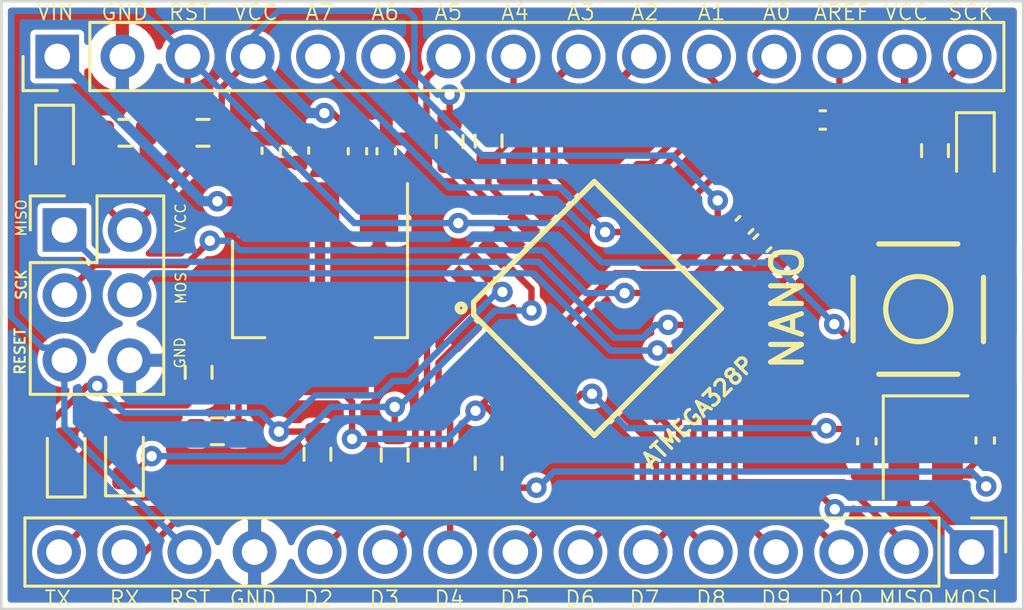
<source format=kicad_pcb>
(kicad_pcb (version 20171130) (host pcbnew "(5.1.6)-1")
  (layers (0 F.Cu signal hide) (31 B.Cu signal hide) (34 B.Paste user) (35 F.Paste user) (36 B.SilkS user) (37 F.SilkS user) (38 B.Mask user) (39 F.Mask user) (44 Edge.Cuts user))
  (net 0 "")
  (net 1 VCC)
  (net 2 GND)
  (net 3 AREF)
  (net 4 VIN)
  (net 5 HSE_IN)
  (net 6 "Net-(C9-Pad1)")
  (net 7 "Net-(D1-Pad2)")
  (net 8 "Net-(D2-Pad1)")
  (net 9 TXO)
  (net 10 "Net-(D3-Pad2)")
  (net 11 "Net-(D4-Pad2)")
  (net 12 RXI)
  (net 13 MISO)
  (net 14 SCK)
  (net 15 MOSI)
  (net 16 RESET)
  (net 17 "Net-(J2-Pad15)")
  (net 18 "Net-(J2-Pad14)")
  (net 19 D2)
  (net 20 D3)
  (net 21 D4)
  (net 22 D5)
  (net 23 D6)
  (net 24 D7)
  (net 25 D8)
  (net 26 D9)
  (net 27 D10)
  (net 28 A7)
  (net 29 A6)
  (net 30 A5)
  (net 31 A4)
  (net 32 A3)
  (net 33 A2)
  (net 34 A1)
  (net 35 A0)
  (net 36 HSE_OUT)
  (module LED_SMD:LED_0603_1608Metric (layer F.Cu) (at 121.47 84.31 270)
    (fp_text reference D2)
    (fp_text value BLUE)
    (pad 2 smd roundrect (at 0.7875 0 270) (size 0.875 0.95) (layers F.Cu F.Paste F.Mask) (net 1 VCC))
    (pad 1 smd roundrect (at -0.7875 0 270) (size 0.875 0.95) (layers F.Cu F.Paste F.Mask) (net 8 "Net-(D2-Pad1)"))
  )
  (module Resistor_SMD:R_0603_1608Metric (layer F.Cu) (at 127.25 83.9 180)
    (fp_text reference R1)
    (fp_text value 1K)
    (pad 2 smd roundrect (at 0.825 0 180) (size 0.8 0.95) (layers F.Cu F.Paste F.Mask) (net 16 RESET))
    (pad 1 smd roundrect (at -0.825 0 180) (size 0.8 0.95) (layers F.Cu F.Paste F.Mask) (net 1 VCC))
  )
  (module Connector_PinHeader_2.54mm:PinHeader_1x15_P2.54mm_Vertical (layer F.Cu) (at 121.57 80.925 90)
    (fp_text reference J3)
    (fp_text value Conn_01x15)
    (pad 15 thru_hole oval (at 0 35.56 90) (size 1.7 1.7) (drill 1) (layers *.Cu *.Mask) (net 14 SCK))
    (pad 14 thru_hole oval (at 0 33.02 90) (size 1.7 1.7) (drill 1) (layers *.Cu *.Mask) (net 1 VCC))
    (pad 13 thru_hole oval (at 0 30.48 90) (size 1.7 1.7) (drill 1) (layers *.Cu *.Mask) (net 3 AREF))
    (pad 12 thru_hole oval (at 0 27.94 90) (size 1.7 1.7) (drill 1) (layers *.Cu *.Mask) (net 35 A0))
    (pad 11 thru_hole oval (at 0 25.4 90) (size 1.7 1.7) (drill 1) (layers *.Cu *.Mask) (net 34 A1))
    (pad 10 thru_hole oval (at 0 22.86 90) (size 1.7 1.7) (drill 1) (layers *.Cu *.Mask) (net 33 A2))
    (pad 9 thru_hole oval (at 0 20.32 90) (size 1.7 1.7) (drill 1) (layers *.Cu *.Mask) (net 32 A3))
    (pad 8 thru_hole oval (at 0 17.78 90) (size 1.7 1.7) (drill 1) (layers *.Cu *.Mask) (net 31 A4))
    (pad 7 thru_hole oval (at 0 15.24 90) (size 1.7 1.7) (drill 1) (layers *.Cu *.Mask) (net 30 A5))
    (pad 6 thru_hole oval (at 0 12.7 90) (size 1.7 1.7) (drill 1) (layers *.Cu *.Mask) (net 29 A6))
    (pad 5 thru_hole oval (at 0 10.16 90) (size 1.7 1.7) (drill 1) (layers *.Cu *.Mask) (net 28 A7))
    (pad 4 thru_hole oval (at 0 7.62 90) (size 1.7 1.7) (drill 1) (layers *.Cu *.Mask) (net 1 VCC))
    (pad 3 thru_hole oval (at 0 5.08 90) (size 1.7 1.7) (drill 1) (layers *.Cu *.Mask) (net 16 RESET))
    (pad 2 thru_hole oval (at 0 2.54 90) (size 1.7 1.7) (drill 1) (layers *.Cu *.Mask) (net 2 GND))
    (pad 1 thru_hole rect (at 0 0 90) (size 1.7 1.7) (drill 1) (layers *.Cu *.Mask) (net 4 VIN))
  )
  (module Silicon-Standard:TQFP32-08 (layer F.Cu) (at 142.5 90.75 45)
    (fp_text reference U1)
    (fp_text value ATMEGA328P (at 0 5.715 45) (layer F.SilkS) (effects (font (size 0.6096 0.6096) (thickness 0.127))))
    (pad 1 smd rect (at -4.2926 -2.79908 45) (size 1.27 0.5588) (layers F.Cu F.Paste F.Mask) (net 20 D3))
    (pad 2 smd rect (at -4.2926 -1.99898 45) (size 1.27 0.5588) (layers F.Cu F.Paste F.Mask) (net 21 D4))
    (pad 3 smd rect (at -4.2926 -1.19888 45) (size 1.27 0.5588) (layers F.Cu F.Paste F.Mask) (net 2 GND))
    (pad 4 smd rect (at -4.2926 -0.39878 45) (size 1.27 0.5588) (layers F.Cu F.Paste F.Mask) (net 1 VCC))
    (pad 5 smd rect (at -4.2926 0.39878 45) (size 1.27 0.5588) (layers F.Cu F.Paste F.Mask) (net 2 GND))
    (pad 6 smd rect (at -4.2926 1.19888 45) (size 1.27 0.5588) (layers F.Cu F.Paste F.Mask) (net 1 VCC))
    (pad 7 smd rect (at -4.2926 1.99898 45) (size 1.27 0.5588) (layers F.Cu F.Paste F.Mask) (net 5 HSE_IN))
    (pad 8 smd rect (at -4.2926 2.79908 45) (size 1.27 0.5588) (layers F.Cu F.Paste F.Mask) (net 36 HSE_OUT))
    (pad 9 smd rect (at -2.79908 4.2926 45) (size 0.5588 1.27) (layers F.Cu F.Paste F.Mask) (net 22 D5))
    (pad 10 smd rect (at -1.99898 4.2926 45) (size 0.5588 1.27) (layers F.Cu F.Paste F.Mask) (net 23 D6))
    (pad 11 smd rect (at -1.19888 4.2926 45) (size 0.5588 1.27) (layers F.Cu F.Paste F.Mask) (net 24 D7))
    (pad 12 smd rect (at -0.39878 4.2926 45) (size 0.5588 1.27) (layers F.Cu F.Paste F.Mask) (net 25 D8))
    (pad 13 smd rect (at 0.39878 4.2926 45) (size 0.5588 1.27) (layers F.Cu F.Paste F.Mask) (net 26 D9))
    (pad 14 smd rect (at 1.19888 4.2926 45) (size 0.5588 1.27) (layers F.Cu F.Paste F.Mask) (net 27 D10))
    (pad 15 smd rect (at 1.99898 4.2926 45) (size 0.5588 1.27) (layers F.Cu F.Paste F.Mask) (net 15 MOSI))
    (pad 16 smd rect (at 2.79908 4.2926 45) (size 0.5588 1.27) (layers F.Cu F.Paste F.Mask) (net 13 MISO))
    (pad 17 smd rect (at 4.2926 2.79908 45) (size 1.27 0.5588) (layers F.Cu F.Paste F.Mask) (net 14 SCK))
    (pad 18 smd rect (at 4.2926 1.99898 45) (size 1.27 0.5588) (layers F.Cu F.Paste F.Mask) (net 1 VCC))
    (pad 19 smd rect (at 4.2926 1.19888 45) (size 1.27 0.5588) (layers F.Cu F.Paste F.Mask) (net 29 A6))
    (pad 20 smd rect (at 4.2926 0.39878 45) (size 1.27 0.5588) (layers F.Cu F.Paste F.Mask) (net 3 AREF))
    (pad 21 smd rect (at 4.2926 -0.39878 45) (size 1.27 0.5588) (layers F.Cu F.Paste F.Mask) (net 2 GND))
    (pad 22 smd rect (at 4.2926 -1.19888 45) (size 1.27 0.5588) (layers F.Cu F.Paste F.Mask) (net 28 A7))
    (pad 23 smd rect (at 4.2926 -1.99898 45) (size 1.27 0.5588) (layers F.Cu F.Paste F.Mask) (net 35 A0))
    (pad 24 smd rect (at 4.2926 -2.79908 45) (size 1.27 0.5588) (layers F.Cu F.Paste F.Mask) (net 34 A1))
    (pad 25 smd rect (at 2.79908 -4.2926 45) (size 0.5588 1.27) (layers F.Cu F.Paste F.Mask) (net 33 A2))
    (pad 26 smd rect (at 1.99898 -4.2926 45) (size 0.5588 1.27) (layers F.Cu F.Paste F.Mask) (net 32 A3))
    (pad 27 smd rect (at 1.19888 -4.2926 45) (size 0.5588 1.27) (layers F.Cu F.Paste F.Mask) (net 31 A4))
    (pad 28 smd rect (at 0.39878 -4.2926 45) (size 0.5588 1.27) (layers F.Cu F.Paste F.Mask) (net 30 A5))
    (pad 29 smd rect (at -0.39878 -4.2926 45) (size 0.5588 1.27) (layers F.Cu F.Paste F.Mask) (net 16 RESET))
    (pad 30 smd rect (at -1.19888 -4.2926 45) (size 0.5588 1.27) (layers F.Cu F.Paste F.Mask) (net 12 RXI))
    (pad 31 smd rect (at -1.99898 -4.2926 45) (size 0.5588 1.27) (layers F.Cu F.Paste F.Mask) (net 9 TXO))
    (pad 32 smd rect (at -2.79908 -4.2926 45) (size 0.5588 1.27) (layers F.Cu F.Paste F.Mask) (net 19 D2))
  )
  (module Resistor_SMD:R_0603_1608Metric (layer F.Cu) (at 138.38 96.79 270)
    (fp_text reference R9)
    (fp_text value 220)
    (pad 2 smd roundrect (at 0.825 0 270) (size 0.8 0.95) (layers F.Cu F.Paste F.Mask) (net 6 "Net-(C9-Pad1)"))
    (pad 1 smd roundrect (at -0.825 0 270) (size 0.8 0.95) (layers F.Cu F.Paste F.Mask) (net 36 HSE_OUT))
  )
  (module Resistor_SMD:R_0603_1608Metric (layer F.Cu) (at 136.86 84.24 90)
    (fp_text reference R4)
    (fp_text value 10K)
    (pad 2 smd roundrect (at 0.825 0 90) (size 0.8 0.95) (layers F.Cu F.Paste F.Mask) (net 1 VCC))
    (pad 1 smd roundrect (at -0.825 0 90) (size 0.8 0.95) (layers F.Cu F.Paste F.Mask) (net 30 A5))
  )
  (module Connector_PinHeader_2.54mm:PinHeader_1x15_P2.54mm_Vertical (layer F.Cu) (at 157.2 100.25 270)
    (fp_text reference J2)
    (fp_text value Conn_01x15)
    (pad 15 thru_hole oval (at 0 35.56 270) (size 1.7 1.7) (drill 1) (layers *.Cu *.Mask) (net 17 "Net-(J2-Pad15)"))
    (pad 14 thru_hole oval (at 0 33.02 270) (size 1.7 1.7) (drill 1) (layers *.Cu *.Mask) (net 18 "Net-(J2-Pad14)"))
    (pad 13 thru_hole oval (at 0 30.48 270) (size 1.7 1.7) (drill 1) (layers *.Cu *.Mask) (net 16 RESET))
    (pad 12 thru_hole oval (at 0 27.94 270) (size 1.7 1.7) (drill 1) (layers *.Cu *.Mask) (net 2 GND))
    (pad 11 thru_hole oval (at 0 25.4 270) (size 1.7 1.7) (drill 1) (layers *.Cu *.Mask) (net 19 D2))
    (pad 10 thru_hole oval (at 0 22.86 270) (size 1.7 1.7) (drill 1) (layers *.Cu *.Mask) (net 20 D3))
    (pad 9 thru_hole oval (at 0 20.32 270) (size 1.7 1.7) (drill 1) (layers *.Cu *.Mask) (net 21 D4))
    (pad 8 thru_hole oval (at 0 17.78 270) (size 1.7 1.7) (drill 1) (layers *.Cu *.Mask) (net 22 D5))
    (pad 7 thru_hole oval (at 0 15.24 270) (size 1.7 1.7) (drill 1) (layers *.Cu *.Mask) (net 23 D6))
    (pad 6 thru_hole oval (at 0 12.7 270) (size 1.7 1.7) (drill 1) (layers *.Cu *.Mask) (net 24 D7))
    (pad 5 thru_hole oval (at 0 10.16 270) (size 1.7 1.7) (drill 1) (layers *.Cu *.Mask) (net 25 D8))
    (pad 4 thru_hole oval (at 0 7.62 270) (size 1.7 1.7) (drill 1) (layers *.Cu *.Mask) (net 26 D9))
    (pad 3 thru_hole oval (at 0 5.08 270) (size 1.7 1.7) (drill 1) (layers *.Cu *.Mask) (net 27 D10))
    (pad 2 thru_hole oval (at 0 2.54 270) (size 1.7 1.7) (drill 1) (layers *.Cu *.Mask) (net 13 MISO))
    (pad 1 thru_hole rect (at 0 0 270) (size 1.7 1.7) (drill 1) (layers *.Cu *.Mask) (net 15 MOSI))
  )
  (module Capacitor_SMD:C_0402_1005Metric (layer F.Cu) (at 149.05 88.2 45)
    (fp_text reference C1)
    (fp_text value 4.7uf)
    (pad 1 smd roundrect (at -0.48 0 45) (size 0.56 0.62) (layers F.Cu F.Paste F.Mask) (net 1 VCC))
    (pad 2 smd roundrect (at 0.48 0 45) (size 0.56 0.62) (layers F.Cu F.Paste F.Mask) (net 2 GND))
  )
  (module Capacitor_SMD:C_0402_1005Metric (layer F.Cu) (at 148.35 87.49 45)
    (fp_text reference C2)
    (fp_text value 100nf)
    (pad 2 smd roundrect (at 0.48 0 45) (size 0.56 0.62) (layers F.Cu F.Paste F.Mask) (net 2 GND))
    (pad 1 smd roundrect (at -0.48 0 45) (size 0.56 0.62) (layers F.Cu F.Paste F.Mask) (net 1 VCC))
  )
  (module Capacitor_SMD:C_0402_1005Metric (layer F.Cu) (at 151.4 83.4 180)
    (fp_text reference C3)
    (fp_text value 100nf)
    (pad 1 smd roundrect (at -0.48 0 180) (size 0.56 0.62) (layers F.Cu F.Paste F.Mask) (net 3 AREF))
    (pad 2 smd roundrect (at 0.48 0 180) (size 0.56 0.62) (layers F.Cu F.Paste F.Mask) (net 2 GND))
  )
  (module Capacitor_SMD:C_0402_1005Metric (layer F.Cu) (at 131.01 84.59 90)
    (fp_text reference C4)
    (fp_text value 10uf)
    (pad 2 smd roundrect (at 0.48 0 90) (size 0.56 0.62) (layers F.Cu F.Paste F.Mask) (net 2 GND))
    (pad 1 smd roundrect (at -0.48 0 90) (size 0.56 0.62) (layers F.Cu F.Paste F.Mask) (net 4 VIN))
  )
  (module Capacitor_SMD:C_0402_1005Metric (layer F.Cu) (at 129.91 84.6 90)
    (fp_text reference C5)
    (fp_text value 100nf)
    (pad 1 smd roundrect (at -0.48 0 90) (size 0.56 0.62) (layers F.Cu F.Paste F.Mask) (net 4 VIN))
    (pad 2 smd roundrect (at 0.48 0 90) (size 0.56 0.62) (layers F.Cu F.Paste F.Mask) (net 2 GND))
  )
  (module Capacitor_SMD:C_0402_1005Metric (layer F.Cu) (at 133.27 84.62 90)
    (fp_text reference C6)
    (fp_text value 10uf)
    (pad 2 smd roundrect (at 0.48 0 90) (size 0.56 0.62) (layers F.Cu F.Paste F.Mask) (net 2 GND))
    (pad 1 smd roundrect (at -0.48 0 90) (size 0.56 0.62) (layers F.Cu F.Paste F.Mask) (net 1 VCC))
  )
  (module Capacitor_SMD:C_0402_1005Metric (layer F.Cu) (at 134.39 84.62 90)
    (fp_text reference C7)
    (fp_text value 100nf)
    (pad 1 smd roundrect (at -0.48 0 90) (size 0.56 0.62) (layers F.Cu F.Paste F.Mask) (net 1 VCC))
    (pad 2 smd roundrect (at 0.48 0 90) (size 0.56 0.62) (layers F.Cu F.Paste F.Mask) (net 2 GND))
  )
  (module Capacitor_SMD:C_0402_1005Metric (layer F.Cu) (at 153.12 95.93 270)
    (fp_text reference C8)
    (fp_text value 12pf)
    (pad 1 smd roundrect (at -0.48 0 270) (size 0.56 0.62) (layers F.Cu F.Paste F.Mask) (net 5 HSE_IN))
    (pad 2 smd roundrect (at 0.48 0 270) (size 0.56 0.62) (layers F.Cu F.Paste F.Mask) (net 2 GND))
  )
  (module Capacitor_SMD:C_0402_1005Metric (layer F.Cu) (at 157.73 95.9 90)
    (fp_text reference C9)
    (fp_text value 12pf)
    (pad 2 smd roundrect (at 0.48 0 90) (size 0.56 0.62) (layers F.Cu F.Paste F.Mask) (net 2 GND))
    (pad 1 smd roundrect (at -0.48 0 90) (size 0.56 0.62) (layers F.Cu F.Paste F.Mask) (net 6 "Net-(C9-Pad1)"))
  )
  (module LED_SMD:LED_0603_1608Metric (layer F.Cu) (at 157.35 84.6 270)
    (fp_text reference D1)
    (fp_text value Yellow)
    (pad 1 smd roundrect (at -0.7875 0 270) (size 0.875 0.95) (layers F.Cu F.Paste F.Mask) (net 2 GND))
    (pad 2 smd roundrect (at 0.7875 0 270) (size 0.875 0.95) (layers F.Cu F.Paste F.Mask) (net 7 "Net-(D1-Pad2)"))
  )
  (module LED_SMD:LED_0603_1608Metric (layer F.Cu) (at 121.92 96.6175 90)
    (fp_text reference D3)
    (fp_text value GREEN)
    (pad 1 smd roundrect (at -0.7875 0 90) (size 0.875 0.95) (layers F.Cu F.Paste F.Mask) (net 9 TXO))
    (pad 2 smd roundrect (at 0.7875 0 90) (size 0.875 0.95) (layers F.Cu F.Paste F.Mask) (net 10 "Net-(D3-Pad2)"))
  )
  (module LED_SMD:LED_0603_1608Metric (layer F.Cu) (at 124.19 96.5725 90)
    (fp_text reference D4)
    (fp_text value GREEN)
    (pad 2 smd roundrect (at 0.7875 0 90) (size 0.875 0.95) (layers F.Cu F.Paste F.Mask) (net 11 "Net-(D4-Pad2)"))
    (pad 1 smd roundrect (at -0.7875 0 90) (size 0.875 0.95) (layers F.Cu F.Paste F.Mask) (net 12 RXI))
  )
  (module Crystal:Crystal_SMD_3225-4Pin_3.2x2.5mm (layer F.Cu) (at 155.41 96.16 270)
    (fp_text reference HSE1)
    (fp_text value 16MHz)
    (pad 1 smd rect (at -1.1 0.85 270) (size 1.4 1.2) (layers F.Cu F.Paste F.Mask) (net 5 HSE_IN))
    (pad 2 smd rect (at 1.1 0.85 270) (size 1.4 1.2) (layers F.Cu F.Paste F.Mask) (net 2 GND))
    (pad 3 smd rect (at 1.1 -0.85 270) (size 1.4 1.2) (layers F.Cu F.Paste F.Mask) (net 6 "Net-(C9-Pad1)"))
    (pad 4 smd rect (at -1.1 -0.85 270) (size 1.4 1.2) (layers F.Cu F.Paste F.Mask) (net 2 GND))
  )
  (module Connector_PinHeader_2.54mm:PinHeader_2x03_P2.54mm_Vertical (layer F.Cu) (at 121.85 87.69)
    (fp_text reference J1)
    (fp_text value ICSP)
    (pad 6 thru_hole oval (at 2.54 5.08) (size 1.7 1.7) (drill 1) (layers *.Cu *.Mask) (net 2 GND))
    (pad 5 thru_hole oval (at 0 5.08) (size 1.7 1.7) (drill 1) (layers *.Cu *.Mask) (net 16 RESET))
    (pad 4 thru_hole oval (at 2.54 2.54) (size 1.7 1.7) (drill 1) (layers *.Cu *.Mask) (net 15 MOSI))
    (pad 3 thru_hole oval (at 0 2.54) (size 1.7 1.7) (drill 1) (layers *.Cu *.Mask) (net 14 SCK))
    (pad 2 thru_hole oval (at 2.54 0) (size 1.7 1.7) (drill 1) (layers *.Cu *.Mask) (net 1 VCC))
    (pad 1 thru_hole rect (at 0 0) (size 1.7 1.7) (drill 1) (layers *.Cu *.Mask) (net 13 MISO))
  )
  (module Resistor_SMD:R_0603_1608Metric (layer F.Cu) (at 155.775 84.595 270)
    (fp_text reference R2)
    (fp_text value 1K)
    (pad 1 smd roundrect (at -0.825 0 270) (size 0.8 0.95) (layers F.Cu F.Paste F.Mask) (net 14 SCK))
    (pad 2 smd roundrect (at 0.825 0 270) (size 0.8 0.95) (layers F.Cu F.Paste F.Mask) (net 7 "Net-(D1-Pad2)"))
  )
  (module Resistor_SMD:R_0603_1608Metric (layer F.Cu) (at 124.21 83.9)
    (fp_text reference R3)
    (fp_text value 1k)
    (pad 2 smd roundrect (at 0.825 0) (size 0.8 0.95) (layers F.Cu F.Paste F.Mask) (net 2 GND))
    (pad 1 smd roundrect (at -0.825 0) (size 0.8 0.95) (layers F.Cu F.Paste F.Mask) (net 8 "Net-(D2-Pad1)"))
  )
  (module Resistor_SMD:R_0603_1608Metric (layer F.Cu) (at 138.38 84.22 90)
    (fp_text reference R5)
    (fp_text value 10K)
    (pad 1 smd roundrect (at -0.825 0 90) (size 0.8 0.95) (layers F.Cu F.Paste F.Mask) (net 31 A4))
    (pad 2 smd roundrect (at 0.825 0 90) (size 0.8 0.95) (layers F.Cu F.Paste F.Mask) (net 1 VCC))
  )
  (module Resistor_SMD:R_0603_1608Metric (layer F.Cu) (at 131.71 96.435 270)
    (fp_text reference R6)
    (fp_text value 10K)
    (pad 1 smd roundrect (at -0.825 0 270) (size 0.8 0.95) (layers F.Cu F.Paste F.Mask) (net 9 TXO))
    (pad 2 smd roundrect (at 0.825 0 270) (size 0.8 0.95) (layers F.Cu F.Paste F.Mask) (net 17 "Net-(J2-Pad15)"))
  )
  (module Resistor_SMD:R_0603_1608Metric (layer F.Cu) (at 134.72 96.47 90)
    (fp_text reference R7)
    (fp_text value 10K)
    (pad 1 smd roundrect (at -0.825 0 90) (size 0.8 0.95) (layers F.Cu F.Paste F.Mask) (net 18 "Net-(J2-Pad14)"))
    (pad 2 smd roundrect (at 0.825 0 90) (size 0.8 0.95) (layers F.Cu F.Paste F.Mask) (net 12 RXI))
  )
  (module Resistor_SMD:R_0603_1608Metric (layer F.Cu) (at 127.08 93.24 90)
    (fp_text reference R8)
    (fp_text value 10K)
    (pad 2 smd roundrect (at 0.825 0 90) (size 0.8 0.95) (layers F.Cu F.Paste F.Mask) (net 1 VCC))
    (pad 1 smd roundrect (at -0.825 0 90) (size 0.8 0.95) (layers F.Cu F.Paste F.Mask) (net 10 "Net-(D3-Pad2)"))
  )
  (module Resistor_SMD:R_0603_1608Metric (layer F.Cu) (at 127.81 95.54)
    (fp_text reference R10)
    (fp_text value 10K)
    (pad 1 smd roundrect (at -0.825 0) (size 0.8 0.95) (layers F.Cu F.Paste F.Mask) (net 11 "Net-(D4-Pad2)"))
    (pad 2 smd roundrect (at 0.825 0) (size 0.8 0.95) (layers F.Cu F.Paste F.Mask) (net 1 VCC))
  )
  (module Switches:TACTILE_SWITCH_SMD_5.2MM (layer F.Cu) (at 155.125 90.775 180)
    (fp_text reference SW1)
    (fp_text value SW_Push)
    (pad 1 smd rect (at -2.794 -1.905 270) (size 0.762 1.524) (layers F.Cu F.Paste F.Mask) (net 2 GND))
    (pad 2 smd rect (at 2.794 -1.905 270) (size 0.762 1.524) (layers F.Cu F.Paste F.Mask) (net 16 RESET))
    (pad 3 smd rect (at -2.794 1.905 270) (size 0.762 1.524) (layers F.Cu F.Paste F.Mask))
    (pad 4 smd rect (at 2.794 1.905 270) (size 0.762 1.524) (layers F.Cu F.Paste F.Mask))
  )
  (module Package_TO_SOT_SMD:SOT-223-3_TabPin2 (layer F.Cu) (at 131.81 89.98 270)
    (fp_text reference U2)
    (fp_text value AMS1117-3.3)
    (pad 2 smd rect (at 3.15 0 270) (size 2 3.8) (layers F.Cu F.Paste F.Mask) (net 1 VCC))
    (pad 2 smd rect (at -3.15 0 270) (size 2 1.5) (layers F.Cu F.Paste F.Mask) (net 1 VCC))
    (pad 3 smd rect (at -3.15 2.3 270) (size 2 1.5) (layers F.Cu F.Paste F.Mask) (net 4 VIN))
    (pad 1 smd rect (at -3.15 -2.3 270) (size 2 1.5) (layers F.Cu F.Paste F.Mask) (net 2 GND))
  )
  (gr_text MOSI (at 157.16 102.07) (layer F.SilkS) (effects (font (size 0.6 0.6) (thickness 0.07))))
  (gr_text MISO (at 154.66 102.07) (layer F.SilkS) (effects (font (size 0.6 0.6) (thickness 0.07))))
  (gr_text D10 (at 152.11 102.07) (layer F.SilkS) (effects (font (size 0.6 0.6) (thickness 0.07))))
  (gr_text D9 (at 149.58 102.07) (layer F.SilkS) (effects (font (size 0.6 0.6) (thickness 0.07))))
  (gr_text D8 (at 147.05 102.07) (layer F.SilkS) (effects (font (size 0.6 0.6) (thickness 0.07))))
  (gr_text D7 (at 144.45 102.07) (layer F.SilkS) (effects (font (size 0.6 0.6) (thickness 0.07))))
  (gr_text D6 (at 141.95 102.07) (layer F.SilkS) (effects (font (size 0.6 0.6) (thickness 0.07))))
  (gr_text D5 (at 139.41 102.07) (layer F.SilkS) (effects (font (size 0.6 0.6) (thickness 0.07))))
  (gr_text D4 (at 136.85 102.07) (layer F.SilkS) (effects (font (size 0.6 0.6) (thickness 0.07))))
  (gr_text D3 (at 134.32 102.07) (layer F.SilkS) (effects (font (size 0.6 0.6) (thickness 0.07))))
  (gr_text D2 (at 131.74 102.07) (layer F.SilkS) (effects (font (size 0.6 0.6) (thickness 0.07))))
  (gr_text GND (at 129.2 102.07) (layer F.SilkS) (effects (font (size 0.6 0.6) (thickness 0.07))))
  (gr_text TX (at 121.59 102.07) (layer F.SilkS) (effects (font (size 0.6 0.6) (thickness 0.07))))
  (gr_text RX (at 124.19 102.07) (layer F.SilkS) (effects (font (size 0.6 0.6) (thickness 0.07))))
  (gr_text SCK (at 157.17 79.2) (layer F.SilkS) (effects (font (size 0.6 0.6) (thickness 0.07))))
  (gr_text VCC (at 154.66 79.2) (layer F.SilkS) (effects (font (size 0.6 0.6) (thickness 0.07))))
  (gr_text AREF (at 152.14 79.2) (layer F.SilkS) (effects (font (size 0.6 0.6) (thickness 0.07))))
  (gr_text A0 (at 149.61 79.2) (layer F.SilkS) (effects (font (size 0.6 0.6) (thickness 0.07))))
  (gr_text A1 (at 147.07 79.2) (layer F.SilkS) (effects (font (size 0.6 0.6) (thickness 0.07))))
  (gr_text A2 (at 144.47 79.2) (layer F.SilkS) (effects (font (size 0.6 0.6) (thickness 0.07))))
  (gr_text A3 (at 141.98 79.2) (layer F.SilkS) (effects (font (size 0.6 0.6) (thickness 0.07))))
  (gr_text A4 (at 139.41 79.2) (layer F.SilkS) (effects (font (size 0.6 0.6) (thickness 0.07))))
  (gr_text A5 (at 136.81 79.2) (layer F.SilkS) (effects (font (size 0.6 0.6) (thickness 0.07))))
  (gr_text A6 (at 134.35 79.2) (layer F.SilkS) (effects (font (size 0.6 0.6) (thickness 0.07))))
  (gr_text A7 (at 131.79 79.2) (layer F.SilkS) (effects (font (size 0.6 0.6) (thickness 0.07))))
  (gr_text VCC (at 129.31 79.2) (layer F.SilkS) (effects (font (size 0.6 0.6) (thickness 0.07))))
  (gr_text RST (at 126.73 79.2) (layer F.SilkS) (effects (font (size 0.6 0.6) (thickness 0.07))))
  (gr_text GND (at 124.2 79.2) (layer F.SilkS) (effects (font (size 0.6 0.6) (thickness 0.07))))
  (gr_line (start 159.21 78.77) (end 119.4 78.77) (layer Edge.Cuts) (width 0.1))
  (gr_line (start 159.21 102.47) (end 159.21 78.77) (layer Edge.Cuts) (width 0.1))
  (gr_line (start 119.39 102.47) (end 159.21 102.47) (layer Edge.Cuts) (width 0.1))
  (gr_line (start 119.4 78.77) (end 119.39 102.47) (layer Edge.Cuts) (width 0.1))
  (gr_text RST (at 126.73 102.07) (layer F.SilkS) (effects (font (size 0.6 0.6) (thickness 0.07))))
  (gr_text VIN (at 121.5 79.2) (layer F.SilkS) (effects (font (size 0.6 0.6) (thickness 0.07))))
  (gr_text NANO (at 150.025 90.725 90) (layer F.SilkS) (effects (font (size 1.2 1.2) (thickness 0.2))))
  (gr_text VCC (at 126.38 87.22 90) (layer F.SilkS) (effects (font (size 0.4 0.4) (thickness 0.06))))
  (gr_text MOSI (at 126.39 89.86 90) (layer F.SilkS) (effects (font (size 0.4 0.4) (thickness 0.06))))
  (gr_text GND (at 126.35 92.48 90) (layer F.SilkS) (effects (font (size 0.4 0.4) (thickness 0.06))))
  (gr_text RESET (at 120.12 92.42 90) (layer F.SilkS) (effects (font (size 0.4 0.4) (thickness 0.08))))
  (gr_text SCK (at 120.17 89.82 90) (layer F.SilkS) (effects (font (size 0.4 0.4) (thickness 0.08))))
  (gr_text MISO (at 120.17 87.22 90) (layer F.SilkS) (effects (font (size 0.4 0.4) (thickness 0.06))))
  (segment (start 138.295 83.415) (end 138.37 83.34) (width 0.25) (layer F.Cu) (net 1))
  (segment (start 140.9 92.62) (end 141.17 92.89) (width 0.3) (layer F.Cu) (net 1))
  (segment (start 141.17 93.775473) (end 140.31241 94.633063) (width 0.3) (layer F.Cu) (net 1))
  (segment (start 141.17 92.89) (end 141.17 93.775473) (width 0.3) (layer F.Cu) (net 1))
  (segment (start 148.010589 87.839411) (end 148.710589 88.539411) (width 0.3) (layer F.Cu) (net 1))
  (segment (start 148.010589 87.829411) (end 148.010589 87.839411) (width 0.3) (layer F.Cu) (net 1))
  (segment (start 148.010589 88.066396) (end 146.948819 89.128166) (width 0.3) (layer F.Cu) (net 1))
  (segment (start 148.010589 87.829411) (end 148.010589 88.066396) (width 0.3) (layer F.Cu) (net 1))
  (segment (start 154.59 80.925) (end 154.59 82.45) (width 0.3) (layer F.Cu) (net 1))
  (segment (start 147.791386 87.610208) (end 148.010589 87.829411) (width 0.3) (layer F.Cu) (net 1))
  (segment (start 148.465226 86.441376) (end 147.791386 87.115216) (width 0.3) (layer F.Cu) (net 1))
  (segment (start 147.791386 87.115216) (end 147.791386 87.610208) (width 0.3) (layer F.Cu) (net 1))
  (segment (start 150.598624 86.441376) (end 148.465226 86.441376) (width 0.3) (layer F.Cu) (net 1))
  (segment (start 154.59 82.45) (end 150.598624 86.441376) (width 0.3) (layer F.Cu) (net 1))
  (segment (start 127.98 82.135) (end 129.19 80.925) (width 0.25) (layer F.Cu) (net 1))
  (segment (start 127.98 84.07) (end 127.98 82.135) (width 0.25) (layer F.Cu) (net 1))
  (segment (start 140.9 91.819998) (end 140.9 92.62) (width 0.3) (layer F.Cu) (net 1))
  (segment (start 143.319999 89.399999) (end 140.9 91.819998) (width 0.3) (layer F.Cu) (net 1))
  (segment (start 144.21718 89.577178) (end 144.040001 89.399999) (width 0.3) (layer F.Cu) (net 1))
  (segment (start 146.499807 89.577178) (end 144.21718 89.577178) (width 0.3) (layer F.Cu) (net 1))
  (segment (start 144.040001 89.399999) (end 143.319999 89.399999) (width 0.3) (layer F.Cu) (net 1))
  (segment (start 146.948819 89.128166) (end 146.499807 89.577178) (width 0.3) (layer F.Cu) (net 1))
  (segment (start 129.63 93.13) (end 128.66 94.1) (width 0.25) (layer F.Cu) (net 1))
  (segment (start 131.81 93.13) (end 129.63 93.13) (width 0.25) (layer F.Cu) (net 1))
  (segment (start 128.635 94.125) (end 128.66 94.1) (width 0.25) (layer F.Cu) (net 1))
  (segment (start 128.635 95.54) (end 128.635 94.125) (width 0.25) (layer F.Cu) (net 1))
  (segment (start 132.45 86.19) (end 131.81 86.83) (width 0.25) (layer F.Cu) (net 1))
  (segment (start 128.075 84.005) (end 124.39 87.69) (width 0.25) (layer F.Cu) (net 1))
  (segment (start 128.075 83.9) (end 128.075 84.005) (width 0.25) (layer F.Cu) (net 1))
  (segment (start 138.36 83.415) (end 138.38 83.395) (width 0.25) (layer F.Cu) (net 1))
  (segment (start 136.86 83.415) (end 138.36 83.415) (width 0.25) (layer F.Cu) (net 1))
  (segment (start 131.81 86.83) (end 131.81 93.13) (width 0.4) (layer F.Cu) (net 1))
  (segment (start 127.08 92.57) (end 128.635 94.125) (width 0.25) (layer F.Cu) (net 1))
  (segment (start 127.08 92.415) (end 127.08 92.57) (width 0.25) (layer F.Cu) (net 1))
  (segment (start 121.7975 85.0975) (end 124.39 87.69) (width 0.25) (layer F.Cu) (net 1))
  (segment (start 121.47 85.0975) (end 121.7975 85.0975) (width 0.25) (layer F.Cu) (net 1))
  (segment (start 139.182693 93.503347) (end 139.106653 93.503347) (width 0.25) (layer F.Cu) (net 1))
  (via (at 137.87 94.74) (size 0.8) (drill 0.4) (layers F.Cu B.Cu) (net 1))
  (segment (start 131.81 93.13) (end 131.81 93.17) (width 0.25) (layer F.Cu) (net 1))
  (via (at 133.06 95.84) (size 0.8) (drill 0.4) (layers F.Cu B.Cu) (net 1))
  (segment (start 136.8 95.81) (end 137.87 94.74) (width 0.25) (layer B.Cu) (net 1))
  (segment (start 131.81 93.13) (end 131.81 93.93) (width 0.25) (layer F.Cu) (net 1))
  (segment (start 136.77 95.84) (end 136.8 95.81) (width 0.25) (layer B.Cu) (net 1))
  (segment (start 133.06 95.84) (end 136.77 95.84) (width 0.25) (layer B.Cu) (net 1))
  (segment (start 131.81 93.13) (end 131.81 93.15) (width 0.25) (layer F.Cu) (net 1))
  (segment (start 133.06 94.4) (end 133.06 95.84) (width 0.25) (layer F.Cu) (net 1))
  (segment (start 131.81 93.15) (end 133.06 94.4) (width 0.25) (layer F.Cu) (net 1))
  (via (at 136.86 82.41) (size 0.8) (drill 0.4) (layers F.Cu B.Cu) (net 1))
  (segment (start 136.86 83.415) (end 136.86 82.41) (width 0.25) (layer F.Cu) (net 1))
  (segment (start 129.19 80.15) (end 129.19 80.925) (width 0.25) (layer B.Cu) (net 1))
  (segment (start 130.19499 79.14501) (end 129.19 80.15) (width 0.25) (layer B.Cu) (net 1))
  (segment (start 135.23501 79.14501) (end 130.19499 79.14501) (width 0.25) (layer B.Cu) (net 1))
  (segment (start 136.86 82.41) (end 136.39141 82.41) (width 0.25) (layer B.Cu) (net 1))
  (segment (start 136.39141 82.41) (end 135.49 81.50859) (width 0.25) (layer B.Cu) (net 1))
  (segment (start 135.49 81.50859) (end 135.49 79.4) (width 0.25) (layer B.Cu) (net 1))
  (segment (start 135.49 79.4) (end 135.23501 79.14501) (width 0.25) (layer B.Cu) (net 1))
  (via (at 131.98 83.13) (size 0.8) (drill 0.4) (layers F.Cu B.Cu) (net 1))
  (segment (start 131.91 86.73) (end 131.81 86.83) (width 0.25) (layer F.Cu) (net 1))
  (segment (start 131.81 86.56) (end 133.27 85.1) (width 0.25) (layer F.Cu) (net 1))
  (segment (start 131.81 86.83) (end 131.81 86.56) (width 0.25) (layer F.Cu) (net 1))
  (segment (start 133.27 85.1) (end 134.39 85.1) (width 0.25) (layer F.Cu) (net 1))
  (segment (start 131.395 83.13) (end 129.19 80.925) (width 0.4) (layer B.Cu) (net 1))
  (segment (start 131.98 83.13) (end 131.395 83.13) (width 0.4) (layer B.Cu) (net 1))
  (segment (start 132.63499 84.77499) (end 132.63499 83.45501) (width 0.25) (layer F.Cu) (net 1))
  (segment (start 133.27 85.1) (end 132.96 85.1) (width 0.25) (layer F.Cu) (net 1))
  (segment (start 132.96 85.1) (end 132.63499 84.77499) (width 0.25) (layer F.Cu) (net 1))
  (segment (start 132.30998 83.13) (end 131.98 83.13) (width 0.25) (layer F.Cu) (net 1))
  (segment (start 132.63499 83.45501) (end 132.30998 83.13) (width 0.25) (layer F.Cu) (net 1))
  (segment (start 139.629832 95.315641) (end 140.31241 94.633063) (width 0.25) (layer F.Cu) (net 1))
  (segment (start 138.165 94.445) (end 138.165 94.455) (width 0.25) (layer F.Cu) (net 1))
  (segment (start 138.165 94.445) (end 137.87 94.74) (width 0.25) (layer F.Cu) (net 1))
  (segment (start 139.106653 93.503347) (end 138.165 94.445) (width 0.25) (layer F.Cu) (net 1))
  (segment (start 139.025641 95.315641) (end 139.629832 95.315641) (width 0.25) (layer F.Cu) (net 1))
  (segment (start 138.165 94.455) (end 139.025641 95.315641) (width 0.25) (layer F.Cu) (net 1))
  (segment (start 152.05 83.23) (end 151.88 83.4) (width 0.25) (layer F.Cu) (net 3))
  (segment (start 152.05 80.925) (end 152.05 83.23) (width 0.25) (layer F.Cu) (net 3))
  (segment (start 151.88 83.71) (end 151.13 84.46) (width 0.25) (layer F.Cu) (net 3))
  (segment (start 151.88 83.4) (end 151.88 83.71) (width 0.25) (layer F.Cu) (net 3))
  (segment (start 146.266319 87.547641) (end 145.817307 87.996653) (width 0.25) (layer F.Cu) (net 3))
  (segment (start 146.266319 86.506619) (end 146.266319 87.547641) (width 0.25) (layer F.Cu) (net 3))
  (segment (start 148.312938 84.46) (end 146.266319 86.506619) (width 0.25) (layer F.Cu) (net 3))
  (segment (start 151.13 84.46) (end 148.312938 84.46) (width 0.25) (layer F.Cu) (net 3))
  (segment (start 129.4 86.72) (end 129.51 86.83) (width 0.4) (layer F.Cu) (net 4))
  (via (at 127.81 86.57) (size 0.8) (drill 0.4) (layers F.Cu B.Cu) (net 4))
  (segment (start 125.815 85.17) (end 121.57 80.925) (width 0.4) (layer B.Cu) (net 4))
  (segment (start 129.58 86.76) (end 129.51 86.83) (width 0.4) (layer F.Cu) (net 4))
  (segment (start 129.25 86.57) (end 129.51 86.83) (width 0.4) (layer F.Cu) (net 4))
  (segment (start 127.81 86.57) (end 129.25 86.57) (width 0.4) (layer F.Cu) (net 4))
  (segment (start 127.215 86.57) (end 125.815 85.17) (width 0.4) (layer B.Cu) (net 4))
  (segment (start 127.81 86.57) (end 127.215 86.57) (width 0.4) (layer B.Cu) (net 4))
  (segment (start 131 85.08) (end 131.01 85.07) (width 0.4) (layer F.Cu) (net 4))
  (segment (start 129.91 85.08) (end 131 85.08) (width 0.4) (layer F.Cu) (net 4))
  (segment (start 129.51 85.48) (end 129.91 85.08) (width 0.4) (layer F.Cu) (net 4))
  (segment (start 129.51 86.83) (end 129.51 85.48) (width 0.4) (layer F.Cu) (net 4))
  (segment (start 154.17 95.45) (end 154.56 95.06) (width 0.25) (layer F.Cu) (net 5))
  (segment (start 153.12 95.45) (end 154.17 95.45) (width 0.25) (layer F.Cu) (net 5))
  (via (at 142.41 94.08) (size 0.8) (drill 0.4) (layers F.Cu B.Cu) (net 5))
  (segment (start 140.878166 95.198819) (end 141.996985 94.08) (width 0.25) (layer F.Cu) (net 5))
  (segment (start 141.996985 94.08) (end 142.41 94.08) (width 0.25) (layer F.Cu) (net 5))
  (via (at 151.54 95.42) (size 0.8) (drill 0.4) (layers F.Cu B.Cu) (net 5))
  (segment (start 153.12 95.45) (end 151.57 95.45) (width 0.25) (layer F.Cu) (net 5))
  (segment (start 151.57 95.45) (end 151.54 95.42) (width 0.25) (layer F.Cu) (net 5))
  (segment (start 151.54 95.42) (end 143.76 95.42) (width 0.25) (layer B.Cu) (net 5))
  (segment (start 143.75 95.42) (end 143.76 95.42) (width 0.25) (layer B.Cu) (net 5))
  (segment (start 142.41 94.08) (end 143.75 95.42) (width 0.25) (layer B.Cu) (net 5))
  (segment (start 156.85 97.26) (end 157.73 96.38) (width 0.25) (layer F.Cu) (net 6))
  (segment (start 156.26 97.26) (end 156.85 97.26) (width 0.25) (layer F.Cu) (net 6))
  (via (at 157.77 97.69) (size 0.8) (drill 0.4) (layers F.Cu B.Cu) (net 6))
  (segment (start 156.26 97.26) (end 157.34 97.26) (width 0.25) (layer F.Cu) (net 6))
  (segment (start 157.34 97.26) (end 157.77 97.69) (width 0.25) (layer F.Cu) (net 6))
  (via (at 140.24 97.74) (size 0.8) (drill 0.4) (layers F.Cu B.Cu) (net 6))
  (segment (start 157.72 97.74) (end 157.77 97.69) (width 0.25) (layer B.Cu) (net 6))
  (segment (start 157.77 97.69) (end 157.19 97.11) (width 0.25) (layer B.Cu) (net 6))
  (segment (start 157.19 97.11) (end 140.93 97.11) (width 0.25) (layer B.Cu) (net 6))
  (segment (start 140.3 97.74) (end 140.24 97.74) (width 0.25) (layer B.Cu) (net 6))
  (segment (start 140.93 97.11) (end 140.3 97.74) (width 0.25) (layer B.Cu) (net 6))
  (segment (start 138.505 97.74) (end 138.38 97.615) (width 0.25) (layer F.Cu) (net 6))
  (segment (start 140.24 97.74) (end 138.505 97.74) (width 0.25) (layer F.Cu) (net 6))
  (segment (start 155.775 85.42) (end 156 85.42) (width 0.25) (layer F.Cu) (net 7))
  (segment (start 157.575 85.42) (end 157.625 85.37) (width 0.25) (layer F.Cu) (net 7))
  (segment (start 155.775 85.42) (end 157.575 85.42) (width 0.25) (layer F.Cu) (net 7))
  (segment (start 122.685 83.2) (end 123.385 83.9) (width 0.25) (layer F.Cu) (net 8))
  (segment (start 121.72 83.2) (end 122.685 83.2) (width 0.25) (layer F.Cu) (net 8))
  (segment (start 131.65 95.55) (end 131.71 95.61) (width 0.25) (layer F.Cu) (net 9))
  (segment (start 138.051181 89.236181) (end 138.92 90.105) (width 0.25) (layer F.Cu) (net 9))
  (segment (start 138.051181 89.128166) (end 138.051181 89.236181) (width 0.25) (layer F.Cu) (net 9))
  (via (at 130.21 95.55) (size 0.8) (drill 0.4) (layers F.Cu B.Cu) (net 9))
  (via (at 138.92 90.105) (size 0.8) (drill 0.4) (layers F.Cu B.Cu) (net 9))
  (segment (start 121.11999 95.386016) (end 122.736006 93.77) (width 0.25) (layer F.Cu) (net 9))
  (segment (start 121.11999 96.60499) (end 121.11999 95.386016) (width 0.25) (layer F.Cu) (net 9))
  (segment (start 121.92 97.405) (end 121.11999 96.60499) (width 0.25) (layer F.Cu) (net 9))
  (segment (start 122.736006 93.77) (end 123.13 93.77) (width 0.25) (layer F.Cu) (net 9))
  (via (at 123.13 93.77) (size 0.8) (drill 0.4) (layers F.Cu B.Cu) (net 9))
  (segment (start 123.13 93.77) (end 124.18 94.82) (width 0.25) (layer B.Cu) (net 9))
  (segment (start 129.48 94.82) (end 130.21 95.55) (width 0.25) (layer B.Cu) (net 9))
  (segment (start 124.18 94.82) (end 129.48 94.82) (width 0.25) (layer B.Cu) (net 9))
  (segment (start 130.21 95.55) (end 131.65 95.55) (width 0.25) (layer F.Cu) (net 9))
  (segment (start 138.92 90.105) (end 138.92 90.11) (width 0.4) (layer B.Cu) (net 9))
  (segment (start 138.72859 90.105) (end 138.92 90.105) (width 0.25) (layer B.Cu) (net 9))
  (segment (start 131.62001 94.13999) (end 134.097008 94.13999) (width 0.25) (layer B.Cu) (net 9))
  (segment (start 135.25359 93.58) (end 138.72859 90.105) (width 0.25) (layer B.Cu) (net 9))
  (segment (start 130.21 95.55) (end 131.62001 94.13999) (width 0.25) (layer B.Cu) (net 9))
  (segment (start 134.097008 94.13999) (end 134.656998 93.58) (width 0.25) (layer B.Cu) (net 9))
  (segment (start 134.656998 93.58) (end 135.25359 93.58) (width 0.25) (layer B.Cu) (net 9))
  (segment (start 121.92 95.83) (end 121.98 95.83) (width 0.25) (layer F.Cu) (net 10))
  (segment (start 121.98 95.83) (end 123.28 94.53) (width 0.25) (layer F.Cu) (net 10))
  (segment (start 126.615 94.53) (end 127.08 94.065) (width 0.25) (layer F.Cu) (net 10))
  (segment (start 123.28 94.53) (end 126.615 94.53) (width 0.25) (layer F.Cu) (net 10))
  (segment (start 127.185 95.785) (end 127.28 95.69) (width 0.3) (layer F.Cu) (net 11))
  (segment (start 126.74 95.785) (end 126.985 95.54) (width 0.25) (layer F.Cu) (net 11))
  (segment (start 124.19 95.785) (end 126.74 95.785) (width 0.25) (layer F.Cu) (net 11))
  (via (at 140.05 90.83) (size 0.8) (drill 0.4) (layers F.Cu B.Cu) (net 12))
  (segment (start 138.616937 88.56241) (end 140.05 89.995473) (width 0.25) (layer F.Cu) (net 12))
  (segment (start 140.05 89.995473) (end 140.05 90.83) (width 0.25) (layer F.Cu) (net 12))
  (segment (start 140.05 90.83) (end 138.64 90.83) (width 0.25) (layer B.Cu) (net 12))
  (via (at 134.72 94.59) (size 0.8) (drill 0.4) (layers F.Cu B.Cu) (net 12))
  (via (at 125.25 96.51) (size 0.8) (drill 0.4) (layers F.Cu B.Cu) (net 12))
  (segment (start 124.19 97.36) (end 124.4 97.36) (width 0.25) (layer F.Cu) (net 12))
  (segment (start 124.4 97.36) (end 125.25 96.51) (width 0.25) (layer F.Cu) (net 12))
  (segment (start 130.323002 96.51) (end 132.243002 94.59) (width 0.25) (layer B.Cu) (net 12))
  (segment (start 125.25 96.51) (end 130.323002 96.51) (width 0.25) (layer B.Cu) (net 12))
  (segment (start 134.88 95.425) (end 135.06 95.605) (width 0.25) (layer F.Cu) (net 12))
  (segment (start 132.243002 94.59) (end 134.72 94.59) (width 0.25) (layer B.Cu) (net 12))
  (segment (start 134.72 94.59) (end 134.88 94.59) (width 0.25) (layer B.Cu) (net 12))
  (segment (start 134.88 94.59) (end 138.64 90.83) (width 0.25) (layer B.Cu) (net 12))
  (segment (start 134.72 94.59) (end 134.72 95.645) (width 0.25) (layer F.Cu) (net 12))
  (segment (start 147.95 92.241503) (end 147.514575 91.806078) (width 0.25) (layer F.Cu) (net 13))
  (segment (start 147.963587 97.466413) (end 147.97 97.472826) (width 0.25) (layer F.Cu) (net 13))
  (segment (start 147.514575 91.806078) (end 147.963587 92.25509) (width 0.25) (layer F.Cu) (net 13))
  (segment (start 147.963587 92.25509) (end 147.963587 97.466413) (width 0.25) (layer F.Cu) (net 13))
  (segment (start 148.05998 97.52998) (end 152.20998 97.52998) (width 0.25) (layer F.Cu) (net 13))
  (segment (start 147.97 97.472826) (end 148.002826 97.472826) (width 0.25) (layer F.Cu) (net 13))
  (segment (start 148.002826 97.472826) (end 148.05998 97.52998) (width 0.25) (layer F.Cu) (net 13))
  (segment (start 154.66 99.98) (end 154.66 100.25) (width 0.25) (layer F.Cu) (net 13))
  (segment (start 152.20998 97.52998) (end 154.66 99.98) (width 0.25) (layer F.Cu) (net 13))
  (segment (start 147.514575 91.806078) (end 147.099007 91.39051) (width 0.25) (layer F.Cu) (net 13))
  (segment (start 147.099007 91.39051) (end 145.37 91.39051) (width 0.25) (layer F.Cu) (net 13))
  (via (at 145.37 91.39051) (size 0.8) (drill 0.4) (layers F.Cu B.Cu) (net 13))
  (segment (start 144.88526 91.39051) (end 144.38577 91.89) (width 0.25) (layer B.Cu) (net 13))
  (segment (start 145.37 91.39051) (end 144.88526 91.39051) (width 0.25) (layer B.Cu) (net 13))
  (segment (start 144.38577 91.89) (end 143.27641 91.89) (width 0.25) (layer B.Cu) (net 13))
  (segment (start 143.27641 91.89) (end 140.316399 88.929989) (width 0.25) (layer B.Cu) (net 13))
  (segment (start 123.089989 88.929989) (end 121.85 87.69) (width 0.25) (layer B.Cu) (net 13))
  (segment (start 140.316399 88.929989) (end 123.089989 88.929989) (width 0.25) (layer B.Cu) (net 13))
  (segment (start 147.514575 89.693922) (end 147.065563 90.142934) (width 0.25) (layer F.Cu) (net 14))
  (segment (start 145.107066 90.142934) (end 145.1 90.15) (width 0.25) (layer F.Cu) (net 14))
  (segment (start 147.065563 90.142934) (end 145.107066 90.142934) (width 0.25) (layer F.Cu) (net 14))
  (via (at 143.68 90.15) (size 0.8) (drill 0.4) (layers F.Cu B.Cu) (net 14))
  (segment (start 145.107066 90.142934) (end 143.687066 90.142934) (width 0.25) (layer F.Cu) (net 14))
  (segment (start 143.687066 90.142934) (end 143.68 90.15) (width 0.25) (layer F.Cu) (net 14))
  (segment (start 143.68 90.15) (end 143.356706 90.15) (width 0.25) (layer B.Cu) (net 14))
  (segment (start 142.17282 90.15) (end 143.68 90.15) (width 0.25) (layer B.Cu) (net 14))
  (segment (start 140.5028 88.47998) (end 142.17282 90.15) (width 0.25) (layer B.Cu) (net 14))
  (segment (start 128.685664 88.479979) (end 140.5028 88.47998) (width 0.25) (layer B.Cu) (net 14))
  (segment (start 127.75 88.11) (end 128.315685 88.11) (width 0.25) (layer B.Cu) (net 14))
  (segment (start 128.315685 88.11) (end 128.685664 88.479979) (width 0.25) (layer B.Cu) (net 14))
  (via (at 127.52 88.11) (size 0.8) (drill 0.4) (layers F.Cu B.Cu) (net 14))
  (segment (start 127.75 88.11) (end 127.52 88.11) (width 0.25) (layer B.Cu) (net 14))
  (segment (start 126.575001 89.054999) (end 127.52 88.11) (width 0.25) (layer F.Cu) (net 14))
  (segment (start 123.025001 89.054999) (end 126.575001 89.054999) (width 0.25) (layer F.Cu) (net 14))
  (segment (start 121.85 90.23) (end 123.025001 89.054999) (width 0.25) (layer F.Cu) (net 14))
  (segment (start 157.13 80.925) (end 155.67 82.385) (width 0.25) (layer F.Cu) (net 14))
  (segment (start 155.67 83.665) (end 155.775 83.77) (width 0.25) (layer F.Cu) (net 14))
  (segment (start 155.67 82.385) (end 155.67 83.665) (width 0.25) (layer F.Cu) (net 14))
  (segment (start 149.851078 89.693922) (end 155.775 83.77) (width 0.25) (layer F.Cu) (net 14))
  (segment (start 147.514575 89.693922) (end 149.851078 89.693922) (width 0.25) (layer F.Cu) (net 14))
  (segment (start 147.397831 97.167831) (end 147.4 97.17) (width 0.25) (layer F.Cu) (net 15))
  (segment (start 146.948819 92.371834) (end 147.397831 92.820846) (width 0.25) (layer F.Cu) (net 15))
  (segment (start 147.397831 92.820846) (end 147.397831 97.167831) (width 0.25) (layer F.Cu) (net 15))
  (segment (start 147.4 97.96) (end 147.41999 97.97999) (width 0.25) (layer F.Cu) (net 15))
  (segment (start 147.4 97.17) (end 147.4 97.96) (width 0.25) (layer F.Cu) (net 15))
  (segment (start 147.41999 97.97999) (end 150.53999 97.97999) (width 0.25) (layer F.Cu) (net 15))
  (via (at 151.87 98.58) (size 0.8) (drill 0.4) (layers F.Cu B.Cu) (net 15))
  (segment (start 150.53999 97.97999) (end 151.26999 97.97999) (width 0.25) (layer F.Cu) (net 15))
  (segment (start 151.26999 97.97999) (end 151.87 98.58) (width 0.25) (layer F.Cu) (net 15))
  (segment (start 155.53 98.58) (end 157.2 100.25) (width 0.25) (layer B.Cu) (net 15))
  (segment (start 151.87 98.58) (end 155.53 98.58) (width 0.25) (layer B.Cu) (net 15))
  (via (at 144.959534 92.389238) (size 0.8) (drill 0.4) (layers F.Cu B.Cu) (net 15))
  (segment (start 146.040171 91.922822) (end 145.573755 92.389238) (width 0.25) (layer F.Cu) (net 15))
  (segment (start 145.573755 92.389238) (end 144.959534 92.389238) (width 0.25) (layer F.Cu) (net 15))
  (segment (start 146.948819 92.371834) (end 146.499807 91.922822) (width 0.25) (layer F.Cu) (net 15))
  (segment (start 146.499807 91.922822) (end 146.040171 91.922822) (width 0.25) (layer F.Cu) (net 15))
  (segment (start 140.129999 89.379999) (end 143.139238 92.389238) (width 0.25) (layer B.Cu) (net 15))
  (segment (start 125.290001 89.379999) (end 140.129999 89.379999) (width 0.25) (layer B.Cu) (net 15))
  (segment (start 143.139238 92.389238) (end 144.959534 92.389238) (width 0.25) (layer B.Cu) (net 15))
  (segment (start 124.54 89.74) (end 124.93 89.74) (width 0.25) (layer B.Cu) (net 15))
  (segment (start 124.93 89.74) (end 125.290001 89.379999) (width 0.25) (layer B.Cu) (net 15))
  (segment (start 122 95.53) (end 126.72 100.25) (width 0.25) (layer B.Cu) (net 16))
  (via (at 137.199847 87.420153) (size 0.8) (drill 0.4) (layers F.Cu B.Cu) (net 16))
  (segment (start 139.182693 87.996653) (end 138.606193 87.420153) (width 0.25) (layer F.Cu) (net 16))
  (segment (start 138.606193 87.420153) (end 137.199847 87.420153) (width 0.25) (layer F.Cu) (net 16))
  (segment (start 133.145153 87.420153) (end 126.65 80.925) (width 0.25) (layer B.Cu) (net 16))
  (segment (start 137.199847 87.420153) (end 133.145153 87.420153) (width 0.25) (layer B.Cu) (net 16))
  (via (at 151.85 91.36) (size 0.8) (drill 0.4) (layers F.Cu B.Cu) (net 16))
  (segment (start 152.331 92.68) (end 152.331 91.841) (width 0.25) (layer F.Cu) (net 16))
  (segment (start 152.331 91.841) (end 151.85 91.36) (width 0.25) (layer F.Cu) (net 16))
  (segment (start 149.45 88.96) (end 142.803116 88.96) (width 0.25) (layer B.Cu) (net 16))
  (segment (start 141.263269 87.420153) (end 137.199847 87.420153) (width 0.25) (layer B.Cu) (net 16))
  (segment (start 142.803116 88.96) (end 141.263269 87.420153) (width 0.25) (layer B.Cu) (net 16))
  (segment (start 151.85 91.36) (end 149.45 88.96) (width 0.25) (layer B.Cu) (net 16))
  (segment (start 126.65 80.925) (end 125.21 79.485) (width 0.25) (layer B.Cu) (net 16))
  (segment (start 125.165 79.485) (end 124.82501 79.14501) (width 0.25) (layer B.Cu) (net 16))
  (segment (start 125.21 79.485) (end 125.165 79.485) (width 0.25) (layer B.Cu) (net 16))
  (segment (start 124.82501 79.14501) (end 119.774851 79.14501) (width 0.25) (layer B.Cu) (net 16))
  (segment (start 119.774851 79.14501) (end 119.770014 90.61005) (width 0.25) (layer B.Cu) (net 16))
  (segment (start 119.770014 90.61005) (end 119.770014 91.050014) (width 0.25) (layer B.Cu) (net 16))
  (segment (start 121 92.28) (end 122 92.28) (width 0.25) (layer B.Cu) (net 16))
  (segment (start 119.770014 91.050014) (end 121 92.28) (width 0.25) (layer B.Cu) (net 16))
  (segment (start 126.65 83.675) (end 126.425 83.9) (width 0.25) (layer F.Cu) (net 16))
  (segment (start 126.65 80.925) (end 126.65 83.675) (width 0.25) (layer F.Cu) (net 16))
  (segment (start 121.85 95.38) (end 122 95.53) (width 0.25) (layer B.Cu) (net 16))
  (segment (start 121.85 92.77) (end 121.85 95.38) (width 0.25) (layer B.Cu) (net 16))
  (segment (start 125.67108 98.12251) (end 126.53359 97.26) (width 0.25) (layer F.Cu) (net 17))
  (segment (start 126.53359 97.26) (end 131.71 97.26) (width 0.25) (layer F.Cu) (net 17))
  (segment (start 123.76749 98.12251) (end 125.67108 98.12251) (width 0.25) (layer F.Cu) (net 17))
  (segment (start 121.64 100.25) (end 123.76749 98.12251) (width 0.25) (layer F.Cu) (net 17))
  (segment (start 124.980998 100.25) (end 124.18 100.25) (width 0.25) (layer F.Cu) (net 18))
  (segment (start 127.010998 98.22) (end 124.980998 100.25) (width 0.25) (layer F.Cu) (net 18))
  (segment (start 134.42 98.22) (end 127.010998 98.22) (width 0.25) (layer F.Cu) (net 18))
  (segment (start 135.06 97.58) (end 134.42 98.22) (width 0.25) (layer F.Cu) (net 18))
  (segment (start 135.06 97.255) (end 135.06 97.58) (width 0.25) (layer F.Cu) (net 18))
  (segment (start 135.97998 97.97361) (end 135.97998 91.199367) (width 0.25) (layer F.Cu) (net 19))
  (segment (start 135.15359 98.8) (end 135.97998 97.97361) (width 0.25) (layer F.Cu) (net 19))
  (segment (start 135.97998 91.199367) (end 137.485425 89.693922) (width 0.25) (layer F.Cu) (net 19))
  (segment (start 131.8 100.25) (end 133.25 98.8) (width 0.25) (layer F.Cu) (net 19))
  (segment (start 133.25 98.8) (end 135.15359 98.8) (width 0.25) (layer F.Cu) (net 19))
  (segment (start 137.485425 91.806078) (end 136.42999 92.861513) (width 0.25) (layer F.Cu) (net 20))
  (segment (start 136.42999 98.16001) (end 134.34 100.25) (width 0.25) (layer F.Cu) (net 20))
  (segment (start 136.42999 92.861513) (end 136.42999 98.16001) (width 0.25) (layer F.Cu) (net 20))
  (segment (start 136.88 93.543015) (end 136.88 100.25) (width 0.25) (layer F.Cu) (net 21))
  (segment (start 138.051181 92.371834) (end 136.88 93.543015) (width 0.25) (layer F.Cu) (net 21))
  (segment (start 144.39001 96.598507) (end 143.556078 95.764575) (width 0.25) (layer F.Cu) (net 22))
  (segment (start 144.39001 98.50999) (end 144.39001 96.598507) (width 0.25) (layer F.Cu) (net 22))
  (segment (start 139.42 100.25) (end 141.16001 98.50999) (width 0.25) (layer F.Cu) (net 22))
  (segment (start 141.16001 98.50999) (end 144.39001 98.50999) (width 0.25) (layer F.Cu) (net 22))
  (segment (start 144.697831 95.647831) (end 144.899989 95.849989) (width 0.25) (layer F.Cu) (net 23))
  (segment (start 144.121834 95.198819) (end 144.570846 95.647831) (width 0.25) (layer F.Cu) (net 23))
  (segment (start 144.570846 95.647831) (end 144.697831 95.647831) (width 0.25) (layer F.Cu) (net 23))
  (segment (start 144.899989 95.849989) (end 144.899989 98.96) (width 0.25) (layer F.Cu) (net 23))
  (segment (start 143.25 98.96) (end 141.96 100.25) (width 0.25) (layer F.Cu) (net 23))
  (segment (start 144.899989 98.96) (end 143.25 98.96) (width 0.25) (layer F.Cu) (net 23))
  (segment (start 145.349999 95.295472) (end 144.68759 94.633063) (width 0.25) (layer F.Cu) (net 24))
  (segment (start 145.349999 99.400001) (end 145.349999 95.295472) (width 0.25) (layer F.Cu) (net 24))
  (segment (start 144.5 100.25) (end 145.349999 99.400001) (width 0.25) (layer F.Cu) (net 24))
  (segment (start 147.04 100.25) (end 145.800009 99.010009) (width 0.25) (layer F.Cu) (net 25))
  (segment (start 145.800009 94.613969) (end 145.253347 94.067307) (width 0.25) (layer F.Cu) (net 25))
  (segment (start 145.800009 99.010009) (end 145.800009 94.613969) (width 0.25) (layer F.Cu) (net 25))
  (segment (start 146.36 94.04604) (end 145.817307 93.503347) (width 0.25) (layer F.Cu) (net 26))
  (segment (start 146.36 98.82) (end 146.36 94.04604) (width 0.25) (layer F.Cu) (net 26))
  (segment (start 146.55 99.01) (end 146.36 98.82) (width 0.25) (layer F.Cu) (net 26))
  (segment (start 149.58 100.25) (end 148.34 99.01) (width 0.25) (layer F.Cu) (net 26))
  (segment (start 148.34 99.01) (end 146.55 99.01) (width 0.25) (layer F.Cu) (net 26))
  (segment (start 152.12 100.25) (end 150.3 98.43) (width 0.25) (layer F.Cu) (net 27))
  (segment (start 150.3 98.43) (end 146.86 98.43) (width 0.25) (layer F.Cu) (net 27))
  (segment (start 146.81001 93.364537) (end 146.383063 92.93759) (width 0.25) (layer F.Cu) (net 27))
  (segment (start 146.81001 98.38001) (end 146.81001 93.364537) (width 0.25) (layer F.Cu) (net 27))
  (segment (start 146.86 98.43) (end 146.81001 98.38001) (width 0.25) (layer F.Cu) (net 27))
  (via (at 142.92 87.77) (size 0.8) (drill 0.4) (layers F.Cu B.Cu) (net 28))
  (segment (start 144.68759 86.866937) (end 143.784527 87.77) (width 0.25) (layer F.Cu) (net 28))
  (segment (start 143.784527 87.77) (end 142.92 87.77) (width 0.25) (layer F.Cu) (net 28))
  (segment (start 131.73 80.925) (end 136.415 85.61) (width 0.25) (layer B.Cu) (net 28))
  (segment (start 136.415 85.61) (end 136.43 85.61) (width 0.25) (layer B.Cu) (net 28))
  (segment (start 136.415 85.61) (end 136.42 85.61) (width 0.25) (layer B.Cu) (net 28))
  (segment (start 136.42 85.61) (end 136.84 86.03) (width 0.25) (layer B.Cu) (net 28))
  (segment (start 141.18 86.03) (end 142.92 87.77) (width 0.25) (layer B.Cu) (net 28))
  (segment (start 136.84 86.03) (end 141.18 86.03) (width 0.25) (layer B.Cu) (net 28))
  (via (at 147.30797 86.53797) (size 0.8) (drill 0.4) (layers F.Cu B.Cu) (net 29))
  (segment (start 147.30797 87.637503) (end 147.30797 86.53797) (width 0.25) (layer F.Cu) (net 29))
  (segment (start 146.383063 88.56241) (end 147.30797 87.637503) (width 0.25) (layer F.Cu) (net 29))
  (segment (start 147.30797 86.53797) (end 145.56 84.79) (width 0.25) (layer B.Cu) (net 29))
  (segment (start 138.135 84.79) (end 134.27 80.925) (width 0.25) (layer B.Cu) (net 29))
  (segment (start 145.56 84.79) (end 138.135 84.79) (width 0.25) (layer B.Cu) (net 29))
  (segment (start 135.960001 84.165001) (end 136.86 85.065) (width 0.25) (layer F.Cu) (net 30))
  (segment (start 135.960001 81.774999) (end 135.960001 84.165001) (width 0.25) (layer F.Cu) (net 30))
  (segment (start 136.81 80.925) (end 135.960001 81.774999) (width 0.25) (layer F.Cu) (net 30))
  (segment (start 139.297641 86.983681) (end 139.746653 87.432693) (width 0.25) (layer F.Cu) (net 30))
  (segment (start 138.778681 86.983681) (end 139.297641 86.983681) (width 0.25) (layer F.Cu) (net 30))
  (segment (start 136.86 85.065) (end 138.778681 86.983681) (width 0.25) (layer F.Cu) (net 30))
  (segment (start 139.906578 86.461105) (end 138.902565 86.461105) (width 0.25) (layer F.Cu) (net 31))
  (segment (start 140.31241 86.866937) (end 139.906578 86.461105) (width 0.25) (layer F.Cu) (net 31))
  (segment (start 138.88146 86.44) (end 138.87141 86.44) (width 0.25) (layer F.Cu) (net 31))
  (segment (start 138.902565 86.461105) (end 138.88146 86.44) (width 0.25) (layer F.Cu) (net 31))
  (segment (start 138.87141 86.44) (end 138.37 85.93859) (width 0.25) (layer F.Cu) (net 31))
  (segment (start 139.35 84.075) (end 138.38 85.045) (width 0.25) (layer F.Cu) (net 31))
  (segment (start 139.35 80.925) (end 139.35 84.075) (width 0.25) (layer F.Cu) (net 31))
  (segment (start 138.37 85.055) (end 138.38 85.045) (width 0.25) (layer F.Cu) (net 31))
  (segment (start 138.37 85.93859) (end 138.37 85.055) (width 0.25) (layer F.Cu) (net 31))
  (segment (start 140.429154 85.852169) (end 140.878166 86.301181) (width 0.3) (layer F.Cu) (net 32))
  (segment (start 140.429154 82.385846) (end 140.429154 85.852169) (width 0.3) (layer F.Cu) (net 32))
  (segment (start 141.89 80.925) (end 140.429154 82.385846) (width 0.3) (layer F.Cu) (net 32))
  (segment (start 144.43 80.925) (end 142.565 82.79) (width 0.3) (layer F.Cu) (net 33))
  (segment (start 142.565 82.79) (end 141.48 82.79) (width 0.3) (layer F.Cu) (net 33))
  (segment (start 141.48 82.79) (end 140.929164 83.340836) (width 0.3) (layer F.Cu) (net 33))
  (segment (start 140.929164 85.220667) (end 141.443922 85.735425) (width 0.3) (layer F.Cu) (net 33))
  (segment (start 140.929164 83.340836) (end 140.929164 85.220667) (width 0.3) (layer F.Cu) (net 33))
  (segment (start 143.556078 85.735425) (end 144.1732 85.118303) (width 0.25) (layer F.Cu) (net 34))
  (segment (start 144.1732 85.118303) (end 144.668302 85.118303) (width 0.25) (layer F.Cu) (net 34))
  (segment (start 144.668302 85.118303) (end 147.528302 82.258303) (width 0.25) (layer F.Cu) (net 34))
  (segment (start 146.97 81.700001) (end 146.97 80.925) (width 0.25) (layer F.Cu) (net 34))
  (segment (start 147.528302 82.258303) (end 146.97 81.700001) (width 0.25) (layer F.Cu) (net 34))
  (segment (start 149.498015 80.925) (end 149.51 80.925) (width 0.25) (layer F.Cu) (net 35))
  (segment (start 144.121834 86.301181) (end 149.498015 80.925) (width 0.25) (layer F.Cu) (net 35))
  (segment (start 140.99491 96.213587) (end 140.493587 96.213587) (width 0.25) (layer F.Cu) (net 36))
  (segment (start 141.443922 95.764575) (end 140.99491 96.213587) (width 0.25) (layer F.Cu) (net 36))
  (segment (start 140.493587 96.213587) (end 140.045651 95.765651) (width 0.25) (layer F.Cu) (net 36))
  (segment (start 138.579349 95.765651) (end 138.38 95.965) (width 0.25) (layer F.Cu) (net 36))
  (segment (start 140.045651 95.765651) (end 138.579349 95.765651) (width 0.25) (layer F.Cu) (net 36))
  (zone (net 2) (net_name GND) (layer F.Cu) (connect_pads (clearance 0.2)) (min_thickness 0.254) (fill yes (arc_segments 32) (thermal_gap 0.508) (thermal_bridge_width 0.508))
    (polygon (pts (xy 159.38 102.65) (xy 119.18 102.65) (xy 119.18 78.61) (xy 159.38 78.61)))
  )
  (zone (net 2) (net_name GND) (layer B.Cu) (connect_pads (clearance 0.2)) (min_thickness 0.254) (fill yes (arc_segments 32) (thermal_gap 0.508) (thermal_bridge_width 0.508))
    (polygon (pts (xy 159.38 102.645517) (xy 119.18 102.645517) (xy 119.18 78.605517) (xy 159.38 78.605517)))
  )
)
</source>
